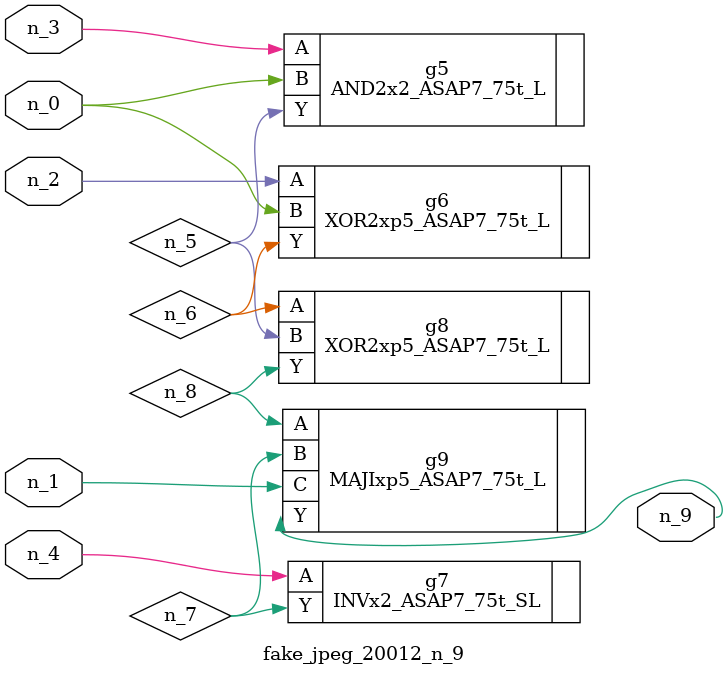
<source format=v>
module fake_jpeg_20012_n_9 (n_3, n_2, n_1, n_0, n_4, n_9);

input n_3;
input n_2;
input n_1;
input n_0;
input n_4;

output n_9;

wire n_8;
wire n_6;
wire n_5;
wire n_7;

AND2x2_ASAP7_75t_L g5 ( 
.A(n_3),
.B(n_0),
.Y(n_5)
);

XOR2xp5_ASAP7_75t_L g6 ( 
.A(n_2),
.B(n_0),
.Y(n_6)
);

INVx2_ASAP7_75t_SL g7 ( 
.A(n_4),
.Y(n_7)
);

XOR2xp5_ASAP7_75t_L g8 ( 
.A(n_6),
.B(n_5),
.Y(n_8)
);

MAJIxp5_ASAP7_75t_L g9 ( 
.A(n_8),
.B(n_7),
.C(n_1),
.Y(n_9)
);


endmodule
</source>
